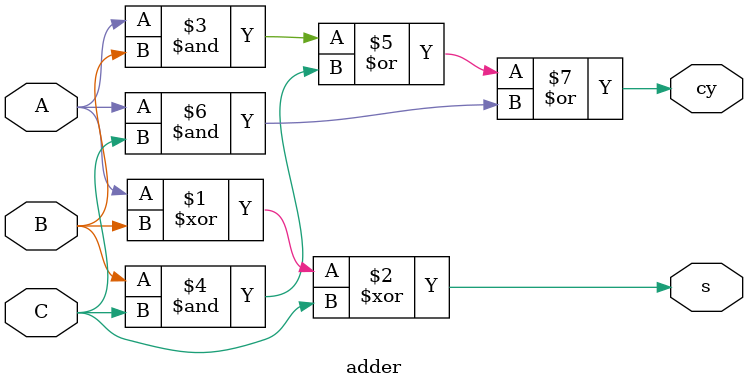
<source format=v>
`timescale 1ns / 1ps

module adder(s,cy,A,B,C);

  input A,B,C;
  output s,cy;
  
assign s= A ^ B ^ C;
assign cy= (A&B)|(B&C)|(A&C);

endmodule

</source>
